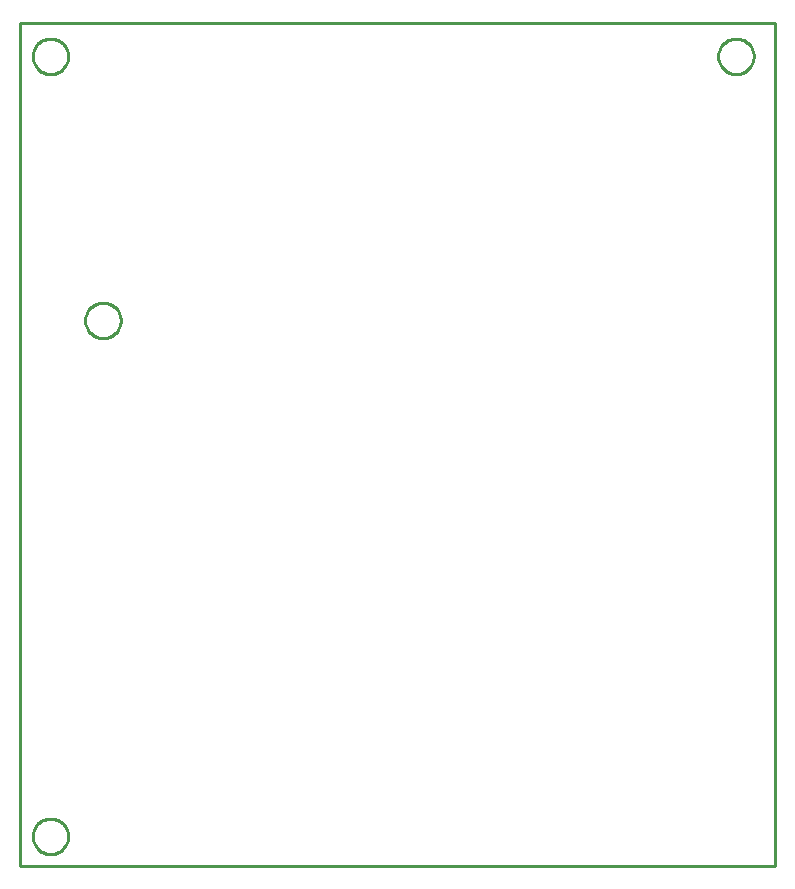
<source format=gbr>
G04 EAGLE Gerber RS-274X export*
G75*
%MOMM*%
%FSLAX34Y34*%
%LPD*%
%IN*%
%IPPOS*%
%AMOC8*
5,1,8,0,0,1.08239X$1,22.5*%
G01*
%ADD10C,0.254000*%


D10*
X0Y285750D02*
X638750Y285750D01*
X638750Y1000000D01*
X0Y1000000D01*
X0Y285750D01*
X40400Y310614D02*
X40324Y309546D01*
X40171Y308485D01*
X39943Y307438D01*
X39641Y306410D01*
X39267Y305406D01*
X38822Y304431D01*
X38308Y303491D01*
X37729Y302590D01*
X37087Y301732D01*
X36385Y300922D01*
X35628Y300165D01*
X34818Y299463D01*
X33960Y298821D01*
X33059Y298242D01*
X32119Y297728D01*
X31144Y297283D01*
X30140Y296909D01*
X29112Y296607D01*
X28065Y296379D01*
X27004Y296226D01*
X25936Y296150D01*
X24864Y296150D01*
X23796Y296226D01*
X22735Y296379D01*
X21688Y296607D01*
X20660Y296909D01*
X19656Y297283D01*
X18681Y297728D01*
X17741Y298242D01*
X16840Y298821D01*
X15982Y299463D01*
X15172Y300165D01*
X14415Y300922D01*
X13713Y301732D01*
X13071Y302590D01*
X12492Y303491D01*
X11978Y304431D01*
X11533Y305406D01*
X11159Y306410D01*
X10857Y307438D01*
X10629Y308485D01*
X10476Y309546D01*
X10400Y310614D01*
X10400Y311686D01*
X10476Y312754D01*
X10629Y313815D01*
X10857Y314862D01*
X11159Y315890D01*
X11533Y316894D01*
X11978Y317869D01*
X12492Y318809D01*
X13071Y319710D01*
X13713Y320568D01*
X14415Y321378D01*
X15172Y322135D01*
X15982Y322837D01*
X16840Y323479D01*
X17741Y324058D01*
X18681Y324572D01*
X19656Y325017D01*
X20660Y325391D01*
X21688Y325693D01*
X22735Y325921D01*
X23796Y326074D01*
X24864Y326150D01*
X25936Y326150D01*
X27004Y326074D01*
X28065Y325921D01*
X29112Y325693D01*
X30140Y325391D01*
X31144Y325017D01*
X32119Y324572D01*
X33059Y324058D01*
X33960Y323479D01*
X34818Y322837D01*
X35628Y322135D01*
X36385Y321378D01*
X37087Y320568D01*
X37729Y319710D01*
X38308Y318809D01*
X38822Y317869D01*
X39267Y316894D01*
X39641Y315890D01*
X39943Y314862D01*
X40171Y313815D01*
X40324Y312754D01*
X40400Y311686D01*
X40400Y310614D01*
X620790Y971014D02*
X620714Y969946D01*
X620561Y968885D01*
X620333Y967838D01*
X620031Y966810D01*
X619657Y965806D01*
X619212Y964831D01*
X618698Y963891D01*
X618119Y962990D01*
X617477Y962132D01*
X616775Y961322D01*
X616018Y960565D01*
X615208Y959863D01*
X614350Y959221D01*
X613449Y958642D01*
X612509Y958128D01*
X611534Y957683D01*
X610530Y957309D01*
X609502Y957007D01*
X608455Y956779D01*
X607394Y956626D01*
X606326Y956550D01*
X605254Y956550D01*
X604186Y956626D01*
X603125Y956779D01*
X602078Y957007D01*
X601050Y957309D01*
X600046Y957683D01*
X599071Y958128D01*
X598131Y958642D01*
X597230Y959221D01*
X596372Y959863D01*
X595562Y960565D01*
X594805Y961322D01*
X594103Y962132D01*
X593461Y962990D01*
X592882Y963891D01*
X592368Y964831D01*
X591923Y965806D01*
X591549Y966810D01*
X591247Y967838D01*
X591019Y968885D01*
X590866Y969946D01*
X590790Y971014D01*
X590790Y972086D01*
X590866Y973154D01*
X591019Y974215D01*
X591247Y975262D01*
X591549Y976290D01*
X591923Y977294D01*
X592368Y978269D01*
X592882Y979209D01*
X593461Y980110D01*
X594103Y980968D01*
X594805Y981778D01*
X595562Y982535D01*
X596372Y983237D01*
X597230Y983879D01*
X598131Y984458D01*
X599071Y984972D01*
X600046Y985417D01*
X601050Y985791D01*
X602078Y986093D01*
X603125Y986321D01*
X604186Y986474D01*
X605254Y986550D01*
X606326Y986550D01*
X607394Y986474D01*
X608455Y986321D01*
X609502Y986093D01*
X610530Y985791D01*
X611534Y985417D01*
X612509Y984972D01*
X613449Y984458D01*
X614350Y983879D01*
X615208Y983237D01*
X616018Y982535D01*
X616775Y981778D01*
X617477Y980968D01*
X618119Y980110D01*
X618698Y979209D01*
X619212Y978269D01*
X619657Y977294D01*
X620031Y976290D01*
X620333Y975262D01*
X620561Y974215D01*
X620714Y973154D01*
X620790Y972086D01*
X620790Y971014D01*
X40400Y971014D02*
X40324Y969946D01*
X40171Y968885D01*
X39943Y967838D01*
X39641Y966810D01*
X39267Y965806D01*
X38822Y964831D01*
X38308Y963891D01*
X37729Y962990D01*
X37087Y962132D01*
X36385Y961322D01*
X35628Y960565D01*
X34818Y959863D01*
X33960Y959221D01*
X33059Y958642D01*
X32119Y958128D01*
X31144Y957683D01*
X30140Y957309D01*
X29112Y957007D01*
X28065Y956779D01*
X27004Y956626D01*
X25936Y956550D01*
X24864Y956550D01*
X23796Y956626D01*
X22735Y956779D01*
X21688Y957007D01*
X20660Y957309D01*
X19656Y957683D01*
X18681Y958128D01*
X17741Y958642D01*
X16840Y959221D01*
X15982Y959863D01*
X15172Y960565D01*
X14415Y961322D01*
X13713Y962132D01*
X13071Y962990D01*
X12492Y963891D01*
X11978Y964831D01*
X11533Y965806D01*
X11159Y966810D01*
X10857Y967838D01*
X10629Y968885D01*
X10476Y969946D01*
X10400Y971014D01*
X10400Y972086D01*
X10476Y973154D01*
X10629Y974215D01*
X10857Y975262D01*
X11159Y976290D01*
X11533Y977294D01*
X11978Y978269D01*
X12492Y979209D01*
X13071Y980110D01*
X13713Y980968D01*
X14415Y981778D01*
X15172Y982535D01*
X15982Y983237D01*
X16840Y983879D01*
X17741Y984458D01*
X18681Y984972D01*
X19656Y985417D01*
X20660Y985791D01*
X21688Y986093D01*
X22735Y986321D01*
X23796Y986474D01*
X24864Y986550D01*
X25936Y986550D01*
X27004Y986474D01*
X28065Y986321D01*
X29112Y986093D01*
X30140Y985791D01*
X31144Y985417D01*
X32119Y984972D01*
X33059Y984458D01*
X33960Y983879D01*
X34818Y983237D01*
X35628Y982535D01*
X36385Y981778D01*
X37087Y980968D01*
X37729Y980110D01*
X38308Y979209D01*
X38822Y978269D01*
X39267Y977294D01*
X39641Y976290D01*
X39943Y975262D01*
X40171Y974215D01*
X40324Y973154D01*
X40400Y972086D01*
X40400Y971014D01*
X84850Y747414D02*
X84774Y746346D01*
X84621Y745285D01*
X84393Y744238D01*
X84091Y743210D01*
X83717Y742206D01*
X83272Y741231D01*
X82758Y740291D01*
X82179Y739390D01*
X81537Y738532D01*
X80835Y737722D01*
X80078Y736965D01*
X79268Y736263D01*
X78410Y735621D01*
X77509Y735042D01*
X76569Y734528D01*
X75594Y734083D01*
X74590Y733709D01*
X73562Y733407D01*
X72515Y733179D01*
X71454Y733026D01*
X70386Y732950D01*
X69314Y732950D01*
X68246Y733026D01*
X67185Y733179D01*
X66138Y733407D01*
X65110Y733709D01*
X64106Y734083D01*
X63131Y734528D01*
X62191Y735042D01*
X61290Y735621D01*
X60432Y736263D01*
X59622Y736965D01*
X58865Y737722D01*
X58163Y738532D01*
X57521Y739390D01*
X56942Y740291D01*
X56428Y741231D01*
X55983Y742206D01*
X55609Y743210D01*
X55307Y744238D01*
X55079Y745285D01*
X54926Y746346D01*
X54850Y747414D01*
X54850Y748486D01*
X54926Y749554D01*
X55079Y750615D01*
X55307Y751662D01*
X55609Y752690D01*
X55983Y753694D01*
X56428Y754669D01*
X56942Y755609D01*
X57521Y756510D01*
X58163Y757368D01*
X58865Y758178D01*
X59622Y758935D01*
X60432Y759637D01*
X61290Y760279D01*
X62191Y760858D01*
X63131Y761372D01*
X64106Y761817D01*
X65110Y762191D01*
X66138Y762493D01*
X67185Y762721D01*
X68246Y762874D01*
X69314Y762950D01*
X70386Y762950D01*
X71454Y762874D01*
X72515Y762721D01*
X73562Y762493D01*
X74590Y762191D01*
X75594Y761817D01*
X76569Y761372D01*
X77509Y760858D01*
X78410Y760279D01*
X79268Y759637D01*
X80078Y758935D01*
X80835Y758178D01*
X81537Y757368D01*
X82179Y756510D01*
X82758Y755609D01*
X83272Y754669D01*
X83717Y753694D01*
X84091Y752690D01*
X84393Y751662D01*
X84621Y750615D01*
X84774Y749554D01*
X84850Y748486D01*
X84850Y747414D01*
M02*

</source>
